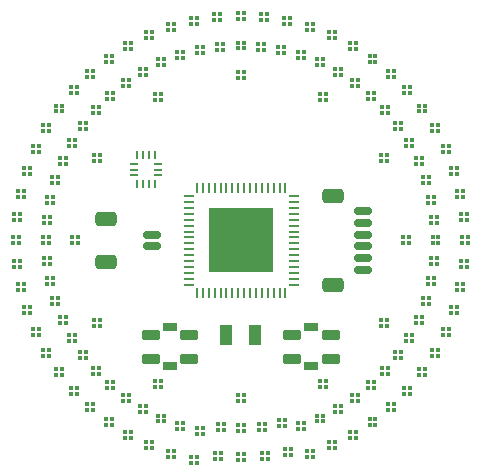
<source format=gbr>
%TF.GenerationSoftware,KiCad,Pcbnew,9.0.2*%
%TF.CreationDate,2025-11-21T20:47:10-08:00*%
%TF.ProjectId,LED Watch,4c454420-5761-4746-9368-2e6b69636164,rev?*%
%TF.SameCoordinates,Original*%
%TF.FileFunction,Soldermask,Top*%
%TF.FilePolarity,Negative*%
%FSLAX46Y46*%
G04 Gerber Fmt 4.6, Leading zero omitted, Abs format (unit mm)*
G04 Created by KiCad (PCBNEW 9.0.2) date 2025-11-21 20:47:10*
%MOMM*%
%LPD*%
G01*
G04 APERTURE LIST*
G04 Aperture macros list*
%AMRoundRect*
0 Rectangle with rounded corners*
0 $1 Rounding radius*
0 $2 $3 $4 $5 $6 $7 $8 $9 X,Y pos of 4 corners*
0 Add a 4 corners polygon primitive as box body*
4,1,4,$2,$3,$4,$5,$6,$7,$8,$9,$2,$3,0*
0 Add four circle primitives for the rounded corners*
1,1,$1+$1,$2,$3*
1,1,$1+$1,$4,$5*
1,1,$1+$1,$6,$7*
1,1,$1+$1,$8,$9*
0 Add four rect primitives between the rounded corners*
20,1,$1+$1,$2,$3,$4,$5,0*
20,1,$1+$1,$4,$5,$6,$7,0*
20,1,$1+$1,$6,$7,$8,$9,0*
20,1,$1+$1,$8,$9,$2,$3,0*%
G04 Aperture macros list end*
%ADD10R,0.300000X0.300000*%
%ADD11R,1.000000X1.800000*%
%ADD12RoundRect,0.150000X-0.625000X0.150000X-0.625000X-0.150000X0.625000X-0.150000X0.625000X0.150000X0*%
%ADD13RoundRect,0.250000X-0.650000X0.350000X-0.650000X-0.350000X0.650000X-0.350000X0.650000X0.350000X0*%
%ADD14RoundRect,0.102000X-0.625000X-0.300000X0.625000X-0.300000X0.625000X0.300000X-0.625000X0.300000X0*%
%ADD15RoundRect,0.102000X-0.500000X-0.250000X0.500000X-0.250000X0.500000X0.250000X-0.500000X0.250000X0*%
%ADD16RoundRect,0.150000X0.625000X-0.150000X0.625000X0.150000X-0.625000X0.150000X-0.625000X-0.150000X0*%
%ADD17RoundRect,0.250000X0.650000X-0.350000X0.650000X0.350000X-0.650000X0.350000X-0.650000X-0.350000X0*%
%ADD18R,0.250000X0.675000*%
%ADD19R,0.675000X0.250000*%
%ADD20RoundRect,0.062500X-0.350000X-0.062500X0.350000X-0.062500X0.350000X0.062500X-0.350000X0.062500X0*%
%ADD21RoundRect,0.062500X-0.062500X-0.350000X0.062500X-0.350000X0.062500X0.350000X-0.062500X0.350000X0*%
%ADD22R,5.400000X5.400000*%
G04 APERTURE END LIST*
D10*
%TO.C,U70*%
X93038800Y-84676500D03*
X93038800Y-85176500D03*
X93538800Y-85176500D03*
X93538800Y-84676500D03*
%TD*%
%TO.C,U97*%
X112463500Y-113869800D03*
X112463500Y-114369800D03*
X112963500Y-114369800D03*
X112963500Y-113869800D03*
%TD*%
%TO.C,U53*%
X86401200Y-109448500D03*
X86401200Y-109948500D03*
X86901200Y-109948500D03*
X86901200Y-109448500D03*
%TD*%
%TO.C,U27*%
X115889400Y-96319500D03*
X115889400Y-96819500D03*
X116389400Y-96819500D03*
X116389400Y-96319500D03*
%TD*%
%TO.C,U68*%
X90051500Y-86401200D03*
X90051500Y-86901200D03*
X90551500Y-86901200D03*
X90551500Y-86401200D03*
%TD*%
%TO.C,U131*%
X93878700Y-81679900D03*
X93878700Y-82179900D03*
X94378700Y-82179900D03*
X94378700Y-81679900D03*
%TD*%
%TO.C,U118*%
X80854100Y-101736000D03*
X80854100Y-102236000D03*
X81354100Y-102236000D03*
X81354100Y-101736000D03*
%TD*%
%TO.C,U49*%
X91500000Y-114039400D03*
X91500000Y-114539400D03*
X92000000Y-114539400D03*
X92000000Y-114039400D03*
%TD*%
%TO.C,U48*%
X93038800Y-114823500D03*
X93038800Y-115323500D03*
X93538800Y-115323500D03*
X93538800Y-114823500D03*
%TD*%
D11*
%TO.C,Y1*%
X98750000Y-108000000D03*
X101250000Y-108000000D03*
%TD*%
D10*
%TO.C,U92*%
X117820100Y-105621300D03*
X117820100Y-106121300D03*
X118320100Y-106121300D03*
X118320100Y-105621300D03*
%TD*%
%TO.C,U64*%
X85460600Y-91500000D03*
X85460600Y-92000000D03*
X85960600Y-92000000D03*
X85960600Y-91500000D03*
%TD*%
%TO.C,U25*%
X114823500Y-93038800D03*
X114823500Y-93538800D03*
X115323500Y-93538800D03*
X115323500Y-93038800D03*
%TD*%
%TO.C,U19*%
X108000000Y-85460600D03*
X108000000Y-85960600D03*
X108500000Y-85960600D03*
X108500000Y-85460600D03*
%TD*%
%TO.C,U101*%
X105621300Y-117820100D03*
X105621300Y-118320100D03*
X106121300Y-118320100D03*
X106121300Y-117820100D03*
%TD*%
%TO.C,U22*%
X112011900Y-88709300D03*
X112011900Y-89209300D03*
X112511900Y-89209300D03*
X112511900Y-88709300D03*
%TD*%
D12*
%TO.C,J2*%
X92500000Y-99500000D03*
X92500000Y-100500000D03*
D13*
X88625000Y-98200000D03*
X88625000Y-101800000D03*
%TD*%
D10*
%TO.C,U2*%
X99750000Y-85750000D03*
X99750000Y-86250000D03*
X100250000Y-86250000D03*
X100250000Y-85750000D03*
%TD*%
%TO.C,U104*%
X99800000Y-118100000D03*
X99800000Y-118600000D03*
X100300000Y-118600000D03*
X100300000Y-118100000D03*
%TD*%
%TO.C,U96*%
X113869800Y-112463500D03*
X113869800Y-112963500D03*
X114369800Y-112963500D03*
X114369800Y-112463500D03*
%TD*%
%TO.C,U42*%
X103230500Y-115239400D03*
X103230500Y-115739400D03*
X103730500Y-115739400D03*
X103730500Y-115239400D03*
%TD*%
%TO.C,U59*%
X83250000Y-99750000D03*
X83250000Y-100250000D03*
X83750000Y-100250000D03*
X83750000Y-99750000D03*
%TD*%
%TO.C,U46*%
X96319500Y-115889400D03*
X96319500Y-116389400D03*
X96819500Y-116389400D03*
X96819500Y-115889400D03*
%TD*%
%TO.C,U81*%
X112463500Y-85630200D03*
X112463500Y-86130200D03*
X112963500Y-86130200D03*
X112963500Y-85630200D03*
%TD*%
%TO.C,U87*%
X118334800Y-95799700D03*
X118334800Y-96299700D03*
X118834800Y-96299700D03*
X118834800Y-95799700D03*
%TD*%
%TO.C,U55*%
X84676500Y-106461200D03*
X84676500Y-106961200D03*
X85176500Y-106961200D03*
X85176500Y-106461200D03*
%TD*%
%TO.C,U72*%
X96319500Y-83610600D03*
X96319500Y-84110600D03*
X96819500Y-84110600D03*
X96819500Y-83610600D03*
%TD*%
%TO.C,U58*%
X83340400Y-101474700D03*
X83340400Y-101974700D03*
X83840400Y-101974700D03*
X83840400Y-101474700D03*
%TD*%
%TO.C,U3*%
X106750000Y-87625600D03*
X106750000Y-88125600D03*
X107250000Y-88125600D03*
X107250000Y-87625600D03*
%TD*%
%TO.C,U41*%
X104848800Y-115442400D03*
X104848800Y-115942400D03*
X105348800Y-115942400D03*
X105348800Y-115442400D03*
%TD*%
%TO.C,U120*%
X80854100Y-97764000D03*
X80854100Y-98264000D03*
X81354100Y-98264000D03*
X81354100Y-97764000D03*
%TD*%
%TO.C,U108*%
X92022000Y-117107400D03*
X92022000Y-117607400D03*
X92522000Y-117607400D03*
X92522000Y-117107400D03*
%TD*%
%TO.C,U90*%
X118645900Y-101736000D03*
X118645900Y-102236000D03*
X119145900Y-102236000D03*
X119145900Y-101736000D03*
%TD*%
%TO.C,U77*%
X105621300Y-81679900D03*
X105621300Y-82179900D03*
X106121300Y-82179900D03*
X106121300Y-81679900D03*
%TD*%
%TO.C,U73*%
X98025300Y-83340400D03*
X98025300Y-83840400D03*
X98525300Y-83840400D03*
X98525300Y-83340400D03*
%TD*%
%TO.C,U130*%
X92022000Y-82392600D03*
X92022000Y-82892600D03*
X92522000Y-82892600D03*
X92522000Y-82392600D03*
%TD*%
%TO.C,U83*%
X115121300Y-88582100D03*
X115121300Y-89082100D03*
X115621300Y-89082100D03*
X115621300Y-88582100D03*
%TD*%
%TO.C,U89*%
X118750000Y-99750000D03*
X118750000Y-100250000D03*
X119250000Y-100250000D03*
X119250000Y-99750000D03*
%TD*%
%TO.C,U37*%
X110790700Y-112011900D03*
X110790700Y-112511900D03*
X111290700Y-112511900D03*
X111290700Y-112011900D03*
%TD*%
%TO.C,U35*%
X113098800Y-109448500D03*
X113098800Y-109948500D03*
X113598800Y-109948500D03*
X113598800Y-109448500D03*
%TD*%
%TO.C,U117*%
X81165200Y-103700300D03*
X81165200Y-104200300D03*
X81665200Y-104200300D03*
X81665200Y-103700300D03*
%TD*%
%TO.C,U9*%
X92750000Y-111874400D03*
X92750000Y-112374400D03*
X93250000Y-112374400D03*
X93250000Y-111874400D03*
%TD*%
%TO.C,U127*%
X87036500Y-85630200D03*
X87036500Y-86130200D03*
X87536500Y-86130200D03*
X87536500Y-85630200D03*
%TD*%
%TO.C,U15*%
X101474700Y-83340400D03*
X101474700Y-83840400D03*
X101974700Y-83840400D03*
X101974700Y-83340400D03*
%TD*%
%TO.C,U18*%
X106461200Y-84676500D03*
X106461200Y-85176500D03*
X106961200Y-85176500D03*
X106961200Y-84676500D03*
%TD*%
%TO.C,U24*%
X114039400Y-91500000D03*
X114039400Y-92000000D03*
X114539400Y-92000000D03*
X114539400Y-91500000D03*
%TD*%
%TO.C,U21*%
X110790700Y-87488100D03*
X110790700Y-87988100D03*
X111290700Y-87988100D03*
X111290700Y-87488100D03*
%TD*%
D14*
%TO.C,SW2*%
X104375000Y-108000000D03*
X107625000Y-108000000D03*
X104375000Y-110000000D03*
X107625000Y-110000000D03*
D15*
X106000000Y-107350000D03*
X106000000Y-110650000D03*
%TD*%
D10*
%TO.C,U133*%
X97764000Y-80854100D03*
X97764000Y-81354100D03*
X98264000Y-81354100D03*
X98264000Y-80854100D03*
%TD*%
%TO.C,U44*%
X99800000Y-115600000D03*
X99800000Y-116100000D03*
X100300000Y-116100000D03*
X100300000Y-115600000D03*
%TD*%
%TO.C,U125*%
X84378700Y-88582100D03*
X84378700Y-89082100D03*
X84878700Y-89082100D03*
X84878700Y-88582100D03*
%TD*%
%TO.C,U39*%
X108000000Y-114039400D03*
X108000000Y-114539400D03*
X108500000Y-114539400D03*
X108500000Y-114039400D03*
%TD*%
%TO.C,U4*%
X111874400Y-92750000D03*
X111874400Y-93250000D03*
X112374400Y-93250000D03*
X112374400Y-92750000D03*
%TD*%
%TO.C,U34*%
X114039400Y-108000000D03*
X114039400Y-108500000D03*
X114539400Y-108500000D03*
X114539400Y-108000000D03*
%TD*%
%TO.C,U80*%
X110917900Y-84378700D03*
X110917900Y-84878700D03*
X111417900Y-84878700D03*
X111417900Y-84378700D03*
%TD*%
%TO.C,U114*%
X83295500Y-109250000D03*
X83295500Y-109750000D03*
X83795500Y-109750000D03*
X83795500Y-109250000D03*
%TD*%
%TO.C,U61*%
X83610600Y-96319500D03*
X83610600Y-96819500D03*
X84110600Y-96819500D03*
X84110600Y-96319500D03*
%TD*%
%TO.C,U109*%
X90250000Y-116204500D03*
X90250000Y-116704500D03*
X90750000Y-116704500D03*
X90750000Y-116204500D03*
%TD*%
%TO.C,U107*%
X93878700Y-117820100D03*
X93878700Y-118320100D03*
X94378700Y-118320100D03*
X94378700Y-117820100D03*
%TD*%
%TO.C,U121*%
X81165200Y-95799700D03*
X81165200Y-96299700D03*
X81665200Y-96299700D03*
X81665200Y-95799700D03*
%TD*%
%TO.C,U43*%
X101524700Y-115509600D03*
X101524700Y-116009600D03*
X102024700Y-116009600D03*
X102024700Y-115509600D03*
%TD*%
%TO.C,U65*%
X86401200Y-90051500D03*
X86401200Y-90551500D03*
X86901200Y-90551500D03*
X86901200Y-90051500D03*
%TD*%
%TO.C,U7*%
X106750000Y-111874400D03*
X106750000Y-112374400D03*
X107250000Y-112374400D03*
X107250000Y-111874400D03*
%TD*%
%TO.C,U69*%
X91500000Y-85460600D03*
X91500000Y-85960600D03*
X92000000Y-85960600D03*
X92000000Y-85460600D03*
%TD*%
%TO.C,U105*%
X97814000Y-117995900D03*
X97814000Y-118495900D03*
X98314000Y-118495900D03*
X98314000Y-117995900D03*
%TD*%
%TO.C,U129*%
X90250000Y-83295500D03*
X90250000Y-83795500D03*
X90750000Y-83795500D03*
X90750000Y-83295500D03*
%TD*%
%TO.C,U95*%
X115121300Y-110917900D03*
X115121300Y-111417900D03*
X115621300Y-111417900D03*
X115621300Y-110917900D03*
%TD*%
%TO.C,U32*%
X115442400Y-104848800D03*
X115442400Y-105348800D03*
X115942400Y-105348800D03*
X115942400Y-104848800D03*
%TD*%
%TO.C,U54*%
X85460600Y-108000000D03*
X85460600Y-108500000D03*
X85960600Y-108500000D03*
X85960600Y-108000000D03*
%TD*%
%TO.C,U128*%
X88582100Y-84378700D03*
X88582100Y-84878700D03*
X89082100Y-84878700D03*
X89082100Y-84378700D03*
%TD*%
%TO.C,U30*%
X116159600Y-101474700D03*
X116159600Y-101974700D03*
X116659600Y-101974700D03*
X116659600Y-101474700D03*
%TD*%
%TO.C,U126*%
X85630200Y-87036500D03*
X85630200Y-87536500D03*
X86130200Y-87536500D03*
X86130200Y-87036500D03*
%TD*%
%TO.C,U31*%
X115889400Y-103180500D03*
X115889400Y-103680500D03*
X116389400Y-103680500D03*
X116389400Y-103180500D03*
%TD*%
%TO.C,U50*%
X90051500Y-113098800D03*
X90051500Y-113598800D03*
X90551500Y-113598800D03*
X90551500Y-113098800D03*
%TD*%
%TO.C,U62*%
X84057600Y-94651200D03*
X84057600Y-95151200D03*
X84557600Y-95151200D03*
X84557600Y-94651200D03*
%TD*%
%TO.C,U106*%
X95799700Y-118334800D03*
X95799700Y-118834800D03*
X96299700Y-118834800D03*
X96299700Y-118334800D03*
%TD*%
%TO.C,U20*%
X109448500Y-86401200D03*
X109448500Y-86901200D03*
X109948500Y-86901200D03*
X109948500Y-86401200D03*
%TD*%
%TO.C,U124*%
X83295500Y-90250000D03*
X83295500Y-90750000D03*
X83795500Y-90750000D03*
X83795500Y-90250000D03*
%TD*%
%TO.C,U93*%
X117107400Y-107478000D03*
X117107400Y-107978000D03*
X117607400Y-107978000D03*
X117607400Y-107478000D03*
%TD*%
%TO.C,U103*%
X101786000Y-117995900D03*
X101786000Y-118495900D03*
X102286000Y-118495900D03*
X102286000Y-117995900D03*
%TD*%
%TO.C,U86*%
X117820100Y-93878700D03*
X117820100Y-94378700D03*
X118320100Y-94378700D03*
X118320100Y-93878700D03*
%TD*%
%TO.C,U112*%
X85630200Y-112463500D03*
X85630200Y-112963500D03*
X86130200Y-112963500D03*
X86130200Y-112463500D03*
%TD*%
D14*
%TO.C,SW1*%
X92375000Y-108000000D03*
X95625000Y-108000000D03*
X92375000Y-110000000D03*
X95625000Y-110000000D03*
D15*
X94000000Y-107350000D03*
X94000000Y-110650000D03*
%TD*%
D10*
%TO.C,U63*%
X84676500Y-93038800D03*
X84676500Y-93538800D03*
X85176500Y-93538800D03*
X85176500Y-93038800D03*
%TD*%
%TO.C,U84*%
X116204500Y-90250000D03*
X116204500Y-90750000D03*
X116704500Y-90750000D03*
X116704500Y-90250000D03*
%TD*%
%TO.C,U85*%
X117107400Y-92022000D03*
X117107400Y-92522000D03*
X117607400Y-92522000D03*
X117607400Y-92022000D03*
%TD*%
%TO.C,U82*%
X113869800Y-87036500D03*
X113869800Y-87536500D03*
X114369800Y-87536500D03*
X114369800Y-87036500D03*
%TD*%
%TO.C,U66*%
X87488100Y-88709300D03*
X87488100Y-89209300D03*
X87988100Y-89209300D03*
X87988100Y-88709300D03*
%TD*%
%TO.C,U60*%
X83340400Y-98025300D03*
X83340400Y-98525300D03*
X83840400Y-98525300D03*
X83840400Y-98025300D03*
%TD*%
%TO.C,U14*%
X99750000Y-83250000D03*
X99750000Y-83750000D03*
X100250000Y-83750000D03*
X100250000Y-83250000D03*
%TD*%
%TO.C,U38*%
X109448500Y-113098800D03*
X109448500Y-113598800D03*
X109948500Y-113598800D03*
X109948500Y-113098800D03*
%TD*%
%TO.C,U76*%
X103700300Y-81165200D03*
X103700300Y-81665200D03*
X104200300Y-81665200D03*
X104200300Y-81165200D03*
%TD*%
%TO.C,U132*%
X95799700Y-81165200D03*
X95799700Y-81665200D03*
X96299700Y-81665200D03*
X96299700Y-81165200D03*
%TD*%
%TO.C,U119*%
X80750000Y-99750000D03*
X80750000Y-100250000D03*
X81250000Y-100250000D03*
X81250000Y-99750000D03*
%TD*%
%TO.C,U98*%
X110917900Y-115121300D03*
X110917900Y-115621300D03*
X111417900Y-115621300D03*
X111417900Y-115121300D03*
%TD*%
%TO.C,U23*%
X113098800Y-90051500D03*
X113098800Y-90551500D03*
X113598800Y-90551500D03*
X113598800Y-90051500D03*
%TD*%
%TO.C,U75*%
X101736000Y-80854100D03*
X101736000Y-81354100D03*
X102236000Y-81354100D03*
X102236000Y-80854100D03*
%TD*%
%TO.C,U10*%
X87625600Y-106750000D03*
X87625600Y-107250000D03*
X88125600Y-107250000D03*
X88125600Y-106750000D03*
%TD*%
%TO.C,U11*%
X85750000Y-99750000D03*
X85750000Y-100250000D03*
X86250000Y-100250000D03*
X86250000Y-99750000D03*
%TD*%
%TO.C,U94*%
X116204500Y-109250000D03*
X116204500Y-109750000D03*
X116704500Y-109750000D03*
X116704500Y-109250000D03*
%TD*%
%TO.C,U115*%
X82392600Y-107478000D03*
X82392600Y-107978000D03*
X82892600Y-107978000D03*
X82892600Y-107478000D03*
%TD*%
%TO.C,U111*%
X87036500Y-113869800D03*
X87036500Y-114369800D03*
X87536500Y-114369800D03*
X87536500Y-113869800D03*
%TD*%
%TO.C,U51*%
X88709300Y-112011900D03*
X88709300Y-112511900D03*
X89209300Y-112511900D03*
X89209300Y-112011900D03*
%TD*%
%TO.C,U74*%
X99750000Y-80750000D03*
X99750000Y-81250000D03*
X100250000Y-81250000D03*
X100250000Y-80750000D03*
%TD*%
%TO.C,U13*%
X92750000Y-87625600D03*
X92750000Y-88125600D03*
X93250000Y-88125600D03*
X93250000Y-87625600D03*
%TD*%
%TO.C,U36*%
X112011900Y-110790700D03*
X112011900Y-111290700D03*
X112511900Y-111290700D03*
X112511900Y-110790700D03*
%TD*%
%TO.C,U8*%
X99800000Y-113100000D03*
X99800000Y-113600000D03*
X100300000Y-113600000D03*
X100300000Y-113100000D03*
%TD*%
%TO.C,U16*%
X103180500Y-83610600D03*
X103180500Y-84110600D03*
X103680500Y-84110600D03*
X103680500Y-83610600D03*
%TD*%
%TO.C,U5*%
X113750000Y-99750000D03*
X113750000Y-100250000D03*
X114250000Y-100250000D03*
X114250000Y-99750000D03*
%TD*%
%TO.C,U79*%
X109250000Y-83295500D03*
X109250000Y-83795500D03*
X109750000Y-83795500D03*
X109750000Y-83295500D03*
%TD*%
%TO.C,U29*%
X116250000Y-99750000D03*
X116250000Y-100250000D03*
X116750000Y-100250000D03*
X116750000Y-99750000D03*
%TD*%
%TO.C,U102*%
X103750300Y-117684800D03*
X103750300Y-118184800D03*
X104250300Y-118184800D03*
X104250300Y-117684800D03*
%TD*%
%TO.C,U56*%
X84057600Y-104848800D03*
X84057600Y-105348800D03*
X84557600Y-105348800D03*
X84557600Y-104848800D03*
%TD*%
%TO.C,U12*%
X87625600Y-92750000D03*
X87625600Y-93250000D03*
X88125600Y-93250000D03*
X88125600Y-92750000D03*
%TD*%
%TO.C,U33*%
X114823500Y-106461200D03*
X114823500Y-106961200D03*
X115323500Y-106961200D03*
X115323500Y-106461200D03*
%TD*%
%TO.C,U57*%
X83610600Y-103180500D03*
X83610600Y-103680500D03*
X84110600Y-103680500D03*
X84110600Y-103180500D03*
%TD*%
%TO.C,U17*%
X104848800Y-84057600D03*
X104848800Y-84557600D03*
X105348800Y-84557600D03*
X105348800Y-84057600D03*
%TD*%
%TO.C,U67*%
X88709300Y-87488100D03*
X88709300Y-87988100D03*
X89209300Y-87988100D03*
X89209300Y-87488100D03*
%TD*%
%TO.C,U71*%
X94651200Y-84057600D03*
X94651200Y-84557600D03*
X95151200Y-84557600D03*
X95151200Y-84057600D03*
%TD*%
D16*
%TO.C,J1*%
X110325000Y-102500000D03*
X110325000Y-101500000D03*
X110325000Y-100500000D03*
X110325000Y-99500000D03*
X110325000Y-98500000D03*
X110325000Y-97500000D03*
D17*
X107800000Y-103800000D03*
X107800000Y-96200000D03*
%TD*%
D10*
%TO.C,U78*%
X107478000Y-82392600D03*
X107478000Y-82892600D03*
X107978000Y-82892600D03*
X107978000Y-82392600D03*
%TD*%
%TO.C,U88*%
X118645900Y-97764000D03*
X118645900Y-98264000D03*
X119145900Y-98264000D03*
X119145900Y-97764000D03*
%TD*%
%TO.C,U40*%
X106461200Y-114823500D03*
X106461200Y-115323500D03*
X106961200Y-115323500D03*
X106961200Y-114823500D03*
%TD*%
D18*
%TO.C,U134*%
X91250000Y-95262500D03*
X91750000Y-95262500D03*
X92250000Y-95262500D03*
X92750000Y-95262500D03*
D19*
X93012500Y-94500000D03*
X93012500Y-94000000D03*
X93012500Y-93500000D03*
D18*
X92750000Y-92737500D03*
X92250000Y-92737500D03*
X91750000Y-92737500D03*
X91250000Y-92737500D03*
D19*
X90987500Y-93500000D03*
X90987500Y-94000000D03*
X90987500Y-94500000D03*
%TD*%
D10*
%TO.C,U113*%
X84378700Y-110917900D03*
X84378700Y-111417900D03*
X84878700Y-111417900D03*
X84878700Y-110917900D03*
%TD*%
%TO.C,U26*%
X115442400Y-94651200D03*
X115442400Y-95151200D03*
X115942400Y-95151200D03*
X115942400Y-94651200D03*
%TD*%
%TO.C,U47*%
X94651200Y-115442400D03*
X94651200Y-115942400D03*
X95151200Y-115942400D03*
X95151200Y-115442400D03*
%TD*%
%TO.C,U91*%
X118334800Y-103700300D03*
X118334800Y-104200300D03*
X118834800Y-104200300D03*
X118834800Y-103700300D03*
%TD*%
%TO.C,U52*%
X87488100Y-110790700D03*
X87488100Y-111290700D03*
X87988100Y-111290700D03*
X87988100Y-110790700D03*
%TD*%
%TO.C,U116*%
X81679900Y-105621300D03*
X81679900Y-106121300D03*
X82179900Y-106121300D03*
X82179900Y-105621300D03*
%TD*%
%TO.C,U122*%
X81679900Y-93878700D03*
X81679900Y-94378700D03*
X82179900Y-94378700D03*
X82179900Y-93878700D03*
%TD*%
%TO.C,U110*%
X88582100Y-115121300D03*
X88582100Y-115621300D03*
X89082100Y-115621300D03*
X89082100Y-115121300D03*
%TD*%
D20*
%TO.C,U135*%
X95612500Y-96250000D03*
X95612500Y-96750000D03*
X95612500Y-97250000D03*
X95612500Y-97750000D03*
X95612500Y-98250000D03*
X95612500Y-98750000D03*
X95612500Y-99250000D03*
X95612500Y-99750000D03*
X95612500Y-100250000D03*
X95612500Y-100750000D03*
X95612500Y-101250000D03*
X95612500Y-101750000D03*
X95612500Y-102250000D03*
X95612500Y-102750000D03*
X95612500Y-103250000D03*
X95612500Y-103750000D03*
D21*
X96300000Y-104437500D03*
X96800000Y-104437500D03*
X97300000Y-104437500D03*
X97800000Y-104437500D03*
X98300000Y-104437500D03*
X98800000Y-104437500D03*
X99300000Y-104437500D03*
X99800000Y-104437500D03*
X100300000Y-104437500D03*
X100800000Y-104437500D03*
X101300000Y-104437500D03*
X101800000Y-104437500D03*
X102300000Y-104437500D03*
X102800000Y-104437500D03*
X103300000Y-104437500D03*
X103800000Y-104437500D03*
D20*
X104487500Y-103750000D03*
X104487500Y-103250000D03*
X104487500Y-102750000D03*
X104487500Y-102250000D03*
X104487500Y-101750000D03*
X104487500Y-101250000D03*
X104487500Y-100750000D03*
X104487500Y-100250000D03*
X104487500Y-99750000D03*
X104487500Y-99250000D03*
X104487500Y-98750000D03*
X104487500Y-98250000D03*
X104487500Y-97750000D03*
X104487500Y-97250000D03*
X104487500Y-96750000D03*
X104487500Y-96250000D03*
D21*
X103800000Y-95562500D03*
X103300000Y-95562500D03*
X102800000Y-95562500D03*
X102300000Y-95562500D03*
X101800000Y-95562500D03*
X101300000Y-95562500D03*
X100800000Y-95562500D03*
X100300000Y-95562500D03*
X99800000Y-95562500D03*
X99300000Y-95562500D03*
X98800000Y-95562500D03*
X98300000Y-95562500D03*
X97800000Y-95562500D03*
X97300000Y-95562500D03*
X96800000Y-95562500D03*
X96300000Y-95562500D03*
D22*
X100050000Y-100000000D03*
%TD*%
D10*
%TO.C,U6*%
X111874400Y-106750000D03*
X111874400Y-107250000D03*
X112374400Y-107250000D03*
X112374400Y-106750000D03*
%TD*%
%TO.C,U99*%
X109250000Y-116204500D03*
X109250000Y-116704500D03*
X109750000Y-116704500D03*
X109750000Y-116204500D03*
%TD*%
%TO.C,U100*%
X107478000Y-117107400D03*
X107478000Y-117607400D03*
X107978000Y-117607400D03*
X107978000Y-117107400D03*
%TD*%
%TO.C,U123*%
X82392600Y-92022000D03*
X82392600Y-92522000D03*
X82892600Y-92522000D03*
X82892600Y-92022000D03*
%TD*%
%TO.C,U28*%
X116159600Y-98025300D03*
X116159600Y-98525300D03*
X116659600Y-98525300D03*
X116659600Y-98025300D03*
%TD*%
%TO.C,U45*%
X98075300Y-115509600D03*
X98075300Y-116009600D03*
X98575300Y-116009600D03*
X98575300Y-115509600D03*
%TD*%
M02*

</source>
